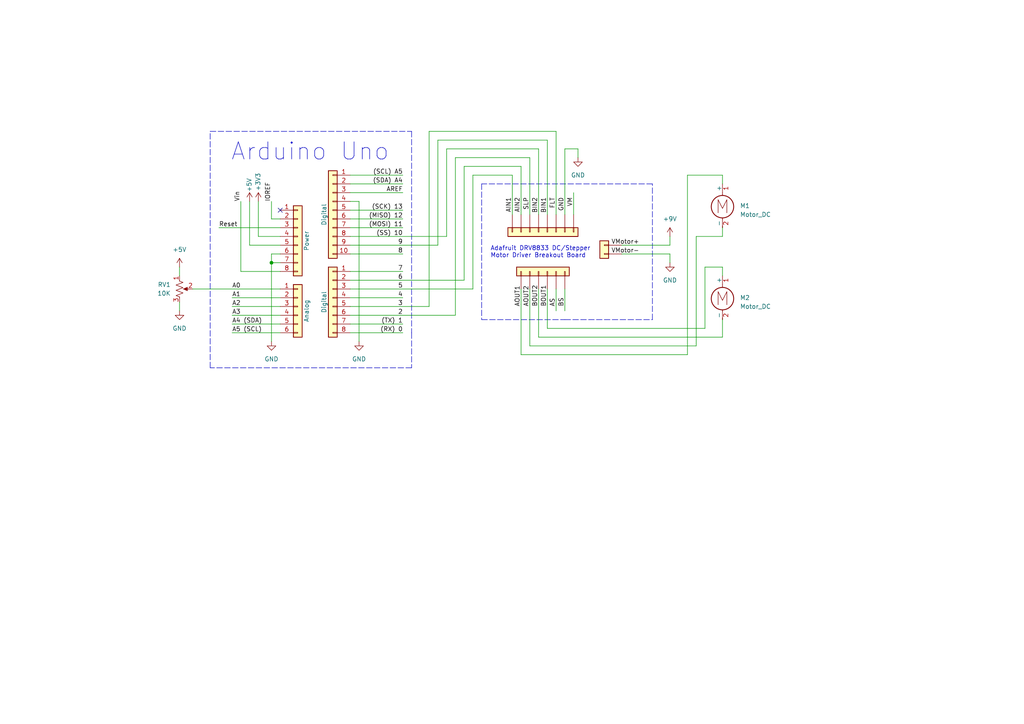
<source format=kicad_sch>
(kicad_sch (version 20211123) (generator eeschema)
  (paper "A4")
  (title_block (title "Arduino Uno With DC Motor Controller") (date "2022-07-13") (rev "0.2") (company "Woolsey Workshop") (comment 1 "By John Woolsey"))
  (lib_symbols
    (symbol "Conn_01x06_1" (pin_numbers hide) (pin_names (offset 1.016) hide)
      (property "Reference" "J" (at 0 7.62 0))
      (property "Value" "Conn_01x06_1" (at 0 -10.16 0))
      (symbol "Conn_01x06_1_1_1"
        (rectangle (start -1.27 -7.493) (end 0 -7.747) (stroke (width 0.1524)))
        (rectangle (start -1.27 -4.953) (end 0 -5.207) (stroke (width 0.1524)))
        (rectangle (start -1.27 -2.413) (end 0 -2.667) (stroke (width 0.1524)))
        (rectangle (start -1.27 0.127) (end 0 -0.127) (stroke (width 0.1524)))
        (rectangle (start -1.27 2.667) (end 0 2.413) (stroke (width 0.1524)))
        (rectangle (start -1.27 5.207) (end 0 4.953) (stroke (width 0.1524)))
        (rectangle (start -1.27 6.35) (end 1.27 -8.89) (stroke (width 0.254)) (fill (type background)))
        (pin passive line (at -5.08 5.08 0) (length 3.81) (name "Pin_1") (number "1"))
        (pin passive line (at -5.08 2.54 0) (length 3.81) (name "Pin_2") (number "2"))
        (pin passive line (at -5.08 0 0) (length 3.81) (name "Pin_3") (number "3"))
        (pin passive line (at -5.08 -2.54 0) (length 3.81) (name "Pin_4") (number "4"))
        (pin passive line (at -5.08 -5.08 0) (length 3.81) (name "Pin_5") (number "5"))
        (pin passive line (at -5.08 -7.62 0) (length 3.81) (name "Pin_6") (number "6"))
      )
    )
    (symbol "Conn_01x08_1" (pin_numbers hide) (pin_names (offset 1.016) hide)
      (property "Reference" "J" (at 0 10.16 0))
      (property "Value" "Conn_01x08_1" (at 0 -12.7 0))
      (symbol "Conn_01x08_1_1_1"
        (rectangle (start -1.27 -10.033) (end 0 -10.287) (stroke (width 0.1524)))
        (rectangle (start -1.27 -7.493) (end 0 -7.747) (stroke (width 0.1524)))
        (rectangle (start -1.27 -4.953) (end 0 -5.207) (stroke (width 0.1524)))
        (rectangle (start -1.27 -2.413) (end 0 -2.667) (stroke (width 0.1524)))
        (rectangle (start -1.27 0.127) (end 0 -0.127) (stroke (width 0.1524)))
        (rectangle (start -1.27 2.667) (end 0 2.413) (stroke (width 0.1524)))
        (rectangle (start -1.27 5.207) (end 0 4.953) (stroke (width 0.1524)))
        (rectangle (start -1.27 7.747) (end 0 7.493) (stroke (width 0.1524)))
        (rectangle (start -1.27 8.89) (end 1.27 -11.43) (stroke (width 0.254)) (fill (type background)))
        (pin passive line (at -5.08 7.62 0) (length 3.81) (name "Pin_1") (number "1"))
        (pin passive line (at -5.08 5.08 0) (length 3.81) (name "Pin_2") (number "2"))
        (pin passive line (at -5.08 2.54 0) (length 3.81) (name "Pin_3") (number "3"))
        (pin passive line (at -5.08 0 0) (length 3.81) (name "Pin_4") (number "4"))
        (pin passive line (at -5.08 -2.54 0) (length 3.81) (name "Pin_5") (number "5"))
        (pin passive line (at -5.08 -5.08 0) (length 3.81) (name "Pin_6") (number "6"))
        (pin passive line (at -5.08 -7.62 0) (length 3.81) (name "Pin_7") (number "7"))
        (pin passive line (at -5.08 -10.16 0) (length 3.81) (name "Pin_8") (number "8"))
      )
    )
    (symbol "Connector_Generic:Conn_01x02" (pin_numbers hide) (pin_names (offset 1.016) hide)
      (property "Reference" "J" (at 0 2.54 0))
      (property "Value" "Conn_01x02" (at 0 -5.08 0))
      (symbol "Conn_01x02_1_1"
        (rectangle (start -1.27 -2.413) (end 0 -2.667) (stroke (width 0.1524)))
        (rectangle (start -1.27 0.127) (end 0 -0.127) (stroke (width 0.1524)))
        (rectangle (start -1.27 1.27) (end 1.27 -3.81) (stroke (width 0.254)) (fill (type background)))
        (pin passive line (at -5.08 0 0) (length 3.81) (name "Pin_1") (number "1"))
        (pin passive line (at -5.08 -2.54 0) (length 3.81) (name "Pin_2") (number "2"))
      )
    )
    (symbol "Connector_Generic:Conn_01x06" (pin_names (offset 1.016) hide)
      (property "Reference" "J" (at 0 7.62 0))
      (property "Value" "Conn_01x06" (at 0 -10.16 0))
      (symbol "Conn_01x06_1_1"
        (rectangle (start -1.27 -7.493) (end 0 -7.747) (stroke (width 0.1524)))
        (rectangle (start -1.27 -4.953) (end 0 -5.207) (stroke (width 0.1524)))
        (rectangle (start -1.27 -2.413) (end 0 -2.667) (stroke (width 0.1524)))
        (rectangle (start -1.27 0.127) (end 0 -0.127) (stroke (width 0.1524)))
        (rectangle (start -1.27 2.667) (end 0 2.413) (stroke (width 0.1524)))
        (rectangle (start -1.27 5.207) (end 0 4.953) (stroke (width 0.1524)))
        (rectangle (start -1.27 6.35) (end 1.27 -8.89) (stroke (width 0.254)) (fill (type background)))
        (pin passive line (at -5.08 5.08 0) (length 3.81) (name "Pin_1") (number "1"))
        (pin passive line (at -5.08 2.54 0) (length 3.81) (name "Pin_2") (number "2"))
        (pin passive line (at -5.08 0 0) (length 3.81) (name "Pin_3") (number "3"))
        (pin passive line (at -5.08 -2.54 0) (length 3.81) (name "Pin_4") (number "4"))
        (pin passive line (at -5.08 -5.08 0) (length 3.81) (name "Pin_5") (number "5"))
        (pin passive line (at -5.08 -7.62 0) (length 3.81) (name "Pin_6") (number "6"))
      )
    )
    (symbol "Connector_Generic:Conn_01x08" (pin_names (offset 1.016) hide)
      (property "Reference" "J" (at 0 10.16 0))
      (property "Value" "Conn_01x08" (at 0 -12.7 0))
      (symbol "Conn_01x08_1_1"
        (rectangle (start -1.27 -10.033) (end 0 -10.287) (stroke (width 0.1524)))
        (rectangle (start -1.27 -7.493) (end 0 -7.747) (stroke (width 0.1524)))
        (rectangle (start -1.27 -4.953) (end 0 -5.207) (stroke (width 0.1524)))
        (rectangle (start -1.27 -2.413) (end 0 -2.667) (stroke (width 0.1524)))
        (rectangle (start -1.27 0.127) (end 0 -0.127) (stroke (width 0.1524)))
        (rectangle (start -1.27 2.667) (end 0 2.413) (stroke (width 0.1524)))
        (rectangle (start -1.27 5.207) (end 0 4.953) (stroke (width 0.1524)))
        (rectangle (start -1.27 7.747) (end 0 7.493) (stroke (width 0.1524)))
        (rectangle (start -1.27 8.89) (end 1.27 -11.43) (stroke (width 0.254)) (fill (type background)))
        (pin passive line (at -5.08 7.62 0) (length 3.81) (name "Pin_1") (number "1"))
        (pin passive line (at -5.08 5.08 0) (length 3.81) (name "Pin_2") (number "2"))
        (pin passive line (at -5.08 2.54 0) (length 3.81) (name "Pin_3") (number "3"))
        (pin passive line (at -5.08 0 0) (length 3.81) (name "Pin_4") (number "4"))
        (pin passive line (at -5.08 -2.54 0) (length 3.81) (name "Pin_5") (number "5"))
        (pin passive line (at -5.08 -5.08 0) (length 3.81) (name "Pin_6") (number "6"))
        (pin passive line (at -5.08 -7.62 0) (length 3.81) (name "Pin_7") (number "7"))
        (pin passive line (at -5.08 -10.16 0) (length 3.81) (name "Pin_8") (number "8"))
      )
    )
    (symbol "Connector_Generic:Conn_01x10" (pin_names (offset 1.016) hide)
      (property "Reference" "J" (at 0 12.7 0))
      (property "Value" "Conn_01x10" (at 0 -15.24 0))
      (symbol "Conn_01x10_1_1"
        (rectangle (start -1.27 -12.573) (end 0 -12.827) (stroke (width 0.1524)))
        (rectangle (start -1.27 -10.033) (end 0 -10.287) (stroke (width 0.1524)))
        (rectangle (start -1.27 -7.493) (end 0 -7.747) (stroke (width 0.1524)))
        (rectangle (start -1.27 -4.953) (end 0 -5.207) (stroke (width 0.1524)))
        (rectangle (start -1.27 -2.413) (end 0 -2.667) (stroke (width 0.1524)))
        (rectangle (start -1.27 0.127) (end 0 -0.127) (stroke (width 0.1524)))
        (rectangle (start -1.27 2.667) (end 0 2.413) (stroke (width 0.1524)))
        (rectangle (start -1.27 5.207) (end 0 4.953) (stroke (width 0.1524)))
        (rectangle (start -1.27 7.747) (end 0 7.493) (stroke (width 0.1524)))
        (rectangle (start -1.27 10.287) (end 0 10.033) (stroke (width 0.1524)))
        (rectangle (start -1.27 11.43) (end 1.27 -13.97) (stroke (width 0.254)) (fill (type background)))
        (pin passive line (at -5.08 10.16 0) (length 3.81) (name "Pin_1") (number "1"))
        (pin passive line (at -5.08 -12.7 0) (length 3.81) (name "Pin_10") (number "10"))
        (pin passive line (at -5.08 7.62 0) (length 3.81) (name "Pin_2") (number "2"))
        (pin passive line (at -5.08 5.08 0) (length 3.81) (name "Pin_3") (number "3"))
        (pin passive line (at -5.08 2.54 0) (length 3.81) (name "Pin_4") (number "4"))
        (pin passive line (at -5.08 0 0) (length 3.81) (name "Pin_5") (number "5"))
        (pin passive line (at -5.08 -2.54 0) (length 3.81) (name "Pin_6") (number "6"))
        (pin passive line (at -5.08 -5.08 0) (length 3.81) (name "Pin_7") (number "7"))
        (pin passive line (at -5.08 -7.62 0) (length 3.81) (name "Pin_8") (number "8"))
        (pin passive line (at -5.08 -10.16 0) (length 3.81) (name "Pin_9") (number "9"))
      )
    )
    (symbol "Device:R_Potentiometer_US" (pin_names (offset 1.016) hide)
      (property "Reference" "RV" (at -4.445 0 90))
      (property "Value" "R_Potentiometer_US" (at -2.54 0 90))
      (symbol "R_Potentiometer_US_0_1"
        (polyline (pts (xy 0 -2.286) (xy 0 -2.54)))
        (polyline (pts (xy 0 2.54) (xy 0 2.286)))
        (polyline (pts (xy 2.54 0) (xy 1.524 0)))
        (polyline (pts (xy 1.143 0) (xy 2.286 0.508) (xy 2.286 -0.508) (xy 1.143 0)) (fill (type outline)))
        (polyline (pts (xy 0 -0.762) (xy 1.016 -1.143) (xy 0 -1.524) (xy -1.016 -1.905) (xy 0 -2.286)))
        (polyline (pts (xy 0 0.762) (xy 1.016 0.381) (xy 0 0) (xy -1.016 -0.381) (xy 0 -0.762)))
        (polyline (pts (xy 0 2.286) (xy 1.016 1.905) (xy 0 1.524) (xy -1.016 1.143) (xy 0 0.762)))
      )
      (symbol "R_Potentiometer_US_1_1"
        (pin passive line (at 0 3.81 270) (length 1.27) (name "1") (number "1"))
        (pin passive line (at 3.81 0 180) (length 1.27) (name "2") (number "2"))
        (pin passive line (at 0 -3.81 90) (length 1.27) (name "3") (number "3"))
      )
    )
    (symbol "Motor:Motor_DC" (pin_names (offset 0))
      (property "Reference" "M" (at 2.54 2.54 0))
      (property "Value" "Motor_DC" (at 2.54 -5.08 0))
      (symbol "Motor_DC_0_0"
        (polyline (pts (xy -1.27 -3.302) (xy -1.27 0.508) (xy 0 -2.032) (xy 1.27 0.508) (xy 1.27 -3.302)))
      )
      (symbol "Motor_DC_0_1"
        (circle (center 0 -1.524) (radius 3.2512) (stroke (width 0.254)))
        (polyline (pts (xy 0 -7.62) (xy 0 -7.112)))
        (polyline (pts (xy 0 -4.7752) (xy 0 -5.1816)))
        (polyline (pts (xy 0 1.7272) (xy 0 2.0828)))
        (polyline (pts (xy 0 2.032) (xy 0 2.54)))
      )
      (symbol "Motor_DC_1_1"
        (pin passive line (at 0 5.08 270) (length 2.54) (name "+") (number "1"))
        (pin passive line (at 0 -7.62 90) (length 2.54) (name "-") (number "2"))
      )
    )
    (symbol "power:+3.3V" (power) (pin_names (offset 0))
      (property "Value" "+3.3V" (at 0 3.556 0))
      (symbol "+3.3V_0_1"
        (polyline (pts (xy -0.762 1.27) (xy 0 2.54)))
        (polyline (pts (xy 0 0) (xy 0 2.54)))
        (polyline (pts (xy 0 2.54) (xy 0.762 1.27)))
      )
      (symbol "+3.3V_1_1"
        (pin power_in line (at 0 0 90) (length 0) hide (name "+3V3") (number "1"))
      )
    )
    (symbol "power:+5V" (power) (pin_names (offset 0))
      (property "Value" "+5V" (at 0 3.556 0))
      (symbol "+5V_0_1"
        (polyline (pts (xy -0.762 1.27) (xy 0 2.54)))
        (polyline (pts (xy 0 0) (xy 0 2.54)))
        (polyline (pts (xy 0 2.54) (xy 0.762 1.27)))
      )
      (symbol "+5V_1_1"
        (pin power_in line (at 0 0 90) (length 0) hide (name "+5V") (number "1"))
      )
    )
    (symbol "power:+9V" (power) (pin_names (offset 0))
      (property "Value" "+9V" (at 0 3.556 0))
      (symbol "+9V_0_1"
        (polyline (pts (xy -0.762 1.27) (xy 0 2.54)))
        (polyline (pts (xy 0 0) (xy 0 2.54)))
        (polyline (pts (xy 0 2.54) (xy 0.762 1.27)))
      )
      (symbol "+9V_1_1"
        (pin power_in line (at 0 0 90) (length 0) hide (name "+9V") (number "1"))
      )
    )
    (symbol "power:GND" (power) (pin_names (offset 0))
      (property "Value" "GND" (at 0 -3.81 0))
      (symbol "GND_0_1"
        (polyline (pts (xy 0 0) (xy 0 -1.27) (xy 1.27 -1.27) (xy 0 -2.54) (xy -1.27 -1.27) (xy 0 -1.27)))
      )
      (symbol "GND_1_1"
        (pin power_in line (at 0 0 270) (length 0) hide (name "GND") (number "1"))
      )
    )
  )
  (junction (at 78.74 76.2))
  (no_connect (at 81.28 60.96))
  (wire (pts (xy 55.88 83.82) (xy 81.28 83.82)))
  (wire (pts (xy 101.6 66.04) (xy 116.84 66.04)))
  (wire (pts (xy 81.28 63.5) (xy 78.74 63.5)))
  (wire (pts (xy 78.74 58.42) (xy 78.74 63.5)))
  (wire (pts (xy 163.83 43.18) (xy 163.83 62.23)))
  (wire (pts (xy 129.54 43.18) (xy 129.54 68.58)))
  (wire (pts (xy 101.6 73.66) (xy 116.84 73.66)))
  (wire (pts (xy 201.93 100.33) (xy 201.93 68.58)))
  (wire (pts (xy 101.6 71.12) (xy 127 71.12)))
  (wire (pts (xy 153.67 83.82) (xy 153.67 100.33)))
  (wire (pts (xy 101.6 91.44) (xy 132.08 91.44)))
  (wire (pts (xy 199.39 50.8) (xy 209.55 50.8)))
  (wire (pts (xy 101.6 86.36) (xy 116.84 86.36)))
  (wire (pts (xy 67.31 96.52) (xy 81.28 96.52)))
  (polyline (pts (xy 139.7 92.71) (xy 163.83 92.71)))
  (wire (pts (xy 78.74 76.2) (xy 78.74 99.06)))
  (wire (pts (xy 156.21 43.18) (xy 156.21 62.23)))
  (wire (pts (xy 199.39 102.87) (xy 199.39 50.8)))
  (wire (pts (xy 158.75 83.82) (xy 158.75 95.25)))
  (wire (pts (xy 204.47 77.47) (xy 209.55 77.47)))
  (wire (pts (xy 209.55 97.79) (xy 209.55 92.71)))
  (wire (pts (xy 52.07 90.17) (xy 52.07 87.63)))
  (wire (pts (xy 209.55 77.47) (xy 209.55 80.01)))
  (wire (pts (xy 161.29 38.1) (xy 161.29 62.23)))
  (wire (pts (xy 158.75 95.25) (xy 204.47 95.25)))
  (wire (pts (xy 101.6 53.34) (xy 116.84 53.34)))
  (wire (pts (xy 72.39 58.42) (xy 72.39 71.12)))
  (wire (pts (xy 153.67 45.72) (xy 153.67 62.23)))
  (wire (pts (xy 194.31 68.58) (xy 194.31 71.12)))
  (wire (pts (xy 163.83 43.18) (xy 167.64 43.18)))
  (wire (pts (xy 101.6 50.8) (xy 116.84 50.8)))
  (wire (pts (xy 67.31 86.36) (xy 81.28 86.36)))
  (wire (pts (xy 148.59 50.8) (xy 148.59 62.23)))
  (polyline (pts (xy 60.96 106.68) (xy 60.96 38.1)))
  (wire (pts (xy 180.34 73.66) (xy 194.31 73.66)))
  (polyline (pts (xy 60.96 38.1) (xy 119.38 38.1)))
  (wire (pts (xy 201.93 68.58) (xy 209.55 68.58)))
  (polyline (pts (xy 119.38 96.52) (xy 119.38 106.68)))
  (wire (pts (xy 166.37 55.88) (xy 166.37 62.23)))
  (wire (pts (xy 101.6 81.28) (xy 134.62 81.28)))
  (wire (pts (xy 161.29 83.82) (xy 161.29 90.17)))
  (wire (pts (xy 209.55 50.8) (xy 209.55 53.34)))
  (wire (pts (xy 101.6 68.58) (xy 129.54 68.58)))
  (wire (pts (xy 153.67 45.72) (xy 132.08 45.72)))
  (wire (pts (xy 158.75 40.64) (xy 158.75 62.23)))
  (wire (pts (xy 101.6 83.82) (xy 137.16 83.82)))
  (wire (pts (xy 69.85 58.42) (xy 69.85 78.74)))
  (wire (pts (xy 81.28 78.74) (xy 69.85 78.74)))
  (wire (pts (xy 153.67 100.33) (xy 201.93 100.33)))
  (wire (pts (xy 104.14 58.42) (xy 104.14 99.06)))
  (wire (pts (xy 204.47 95.25) (xy 204.47 77.47)))
  (wire (pts (xy 78.74 73.66) (xy 78.74 76.2)))
  (wire (pts (xy 67.31 93.98) (xy 81.28 93.98)))
  (wire (pts (xy 151.13 48.26) (xy 151.13 62.23)))
  (wire (pts (xy 134.62 48.26) (xy 134.62 81.28)))
  (wire (pts (xy 158.75 40.64) (xy 127 40.64)))
  (polyline (pts (xy 139.7 53.34) (xy 139.7 92.71)))
  (wire (pts (xy 151.13 48.26) (xy 134.62 48.26)))
  (wire (pts (xy 63.5 66.04) (xy 81.28 66.04)))
  (polyline (pts (xy 189.23 53.34) (xy 139.7 53.34)))
  (polyline (pts (xy 189.23 92.71) (xy 189.23 53.34)))
  (wire (pts (xy 81.28 68.58) (xy 74.93 68.58)))
  (wire (pts (xy 67.31 88.9) (xy 81.28 88.9)))
  (wire (pts (xy 101.6 63.5) (xy 116.84 63.5)))
  (wire (pts (xy 127 40.64) (xy 127 71.12)))
  (wire (pts (xy 101.6 55.88) (xy 116.84 55.88)))
  (wire (pts (xy 124.46 38.1) (xy 124.46 88.9)))
  (wire (pts (xy 101.6 93.98) (xy 116.84 93.98)))
  (wire (pts (xy 101.6 88.9) (xy 124.46 88.9)))
  (wire (pts (xy 180.34 71.12) (xy 194.31 71.12)))
  (wire (pts (xy 67.31 91.44) (xy 81.28 91.44)))
  (wire (pts (xy 52.07 77.47) (xy 52.07 80.01)))
  (wire (pts (xy 101.6 58.42) (xy 104.14 58.42)))
  (wire (pts (xy 151.13 102.87) (xy 199.39 102.87)))
  (wire (pts (xy 167.64 43.18) (xy 167.64 45.72)))
  (wire (pts (xy 148.59 50.8) (xy 137.16 50.8)))
  (wire (pts (xy 163.83 83.82) (xy 163.83 90.17)))
  (wire (pts (xy 151.13 83.82) (xy 151.13 102.87)))
  (wire (pts (xy 101.6 60.96) (xy 116.84 60.96)))
  (wire (pts (xy 209.55 68.58) (xy 209.55 66.04)))
  (wire (pts (xy 137.16 50.8) (xy 137.16 83.82)))
  (wire (pts (xy 156.21 97.79) (xy 209.55 97.79)))
  (wire (pts (xy 156.21 83.82) (xy 156.21 97.79)))
  (wire (pts (xy 101.6 96.52) (xy 116.84 96.52)))
  (wire (pts (xy 81.28 71.12) (xy 72.39 71.12)))
  (polyline (pts (xy 163.83 92.71) (xy 189.23 92.71)))
  (wire (pts (xy 194.31 73.66) (xy 194.31 76.2)))
  (wire (pts (xy 161.29 38.1) (xy 124.46 38.1)))
  (wire (pts (xy 132.08 45.72) (xy 132.08 91.44)))
  (wire (pts (xy 156.21 43.18) (xy 129.54 43.18)))
  (wire (pts (xy 74.93 58.42) (xy 74.93 68.58)))
  (polyline (pts (xy 119.38 38.1) (xy 119.38 96.52)))
  (polyline (pts (xy 119.38 106.68) (xy 60.96 106.68)))
  (wire (pts (xy 78.74 76.2) (xy 81.28 76.2)))
  (wire (pts (xy 101.6 78.74) (xy 116.84 78.74)))
  (wire (pts (xy 81.28 73.66) (xy 78.74 73.66)))
  (text "Arduino Uno" (at 113.03 46.99 180) (effects (font (size 5 5)) (justify right bottom)))
  (text "Adafruit DRV8833 DC/Stepper\nMotor Driver Breakout Board" (at 142.24 74.93 0) (effects (font (size 1.27 1.27)) (justify left bottom)))
  (label "6" (at 116.84 81.28 180))
  (label "(SCK) 13" (at 116.84 60.96 180))
  (label "(SDA) A4" (at 116.84 53.34 180))
  (label "Reset" (at 63.5 66.04 0))
  (label "8" (at 116.84 73.66 180))
  (label "IOREF" (at 78.74 58.42 90))
  (label "VMotor-" (at 185.42 73.66 180))
  (label "AOUT1" (at 151.13 88.9 90))
  (label "AIN1" (at 148.59 57.15 270))
  (label "9" (at 116.84 71.12 180))
  (label "A4 (SDA)" (at 67.31 93.98 0))
  (label "VMotor+" (at 185.42 71.12 180))
  (label "Vin" (at 69.85 58.42 90))
  (label "VM" (at 166.37 57.15 270))
  (label "(MISO) 12" (at 116.84 63.5 180))
  (label "A1" (at 67.31 86.36 0))
  (label "BOUT2" (at 156.21 88.9 90))
  (label "(SS) 10" (at 116.84 68.58 180))
  (label "A2" (at 67.31 88.9 0))
  (label "GND" (at 163.83 57.15 270))
  (label "3" (at 116.84 88.9 180))
  (label "AOUT2" (at 153.67 88.9 90))
  (label "BIN1" (at 158.75 57.15 270))
  (label "SLP" (at 153.67 57.15 270))
  (label "A3" (at 67.31 91.44 0))
  (label "AREF" (at 116.84 55.88 180))
  (label "(TX) 1" (at 116.84 93.98 180))
  (label "2" (at 116.84 91.44 180))
  (label "FLT" (at 161.29 57.15 270))
  (label "A0" (at 67.31 83.82 0))
  (label "BIN2" (at 156.21 57.15 270))
  (label "AIN2" (at 151.13 57.15 270))
  (label "(RX) 0" (at 116.84 96.52 180))
  (label "5" (at 116.84 83.82 180))
  (label "7" (at 116.84 78.74 180))
  (label "4" (at 116.84 86.36 180))
  (label "(MOSI) 11" (at 116.84 66.04 180))
  (label "BOUT1" (at 158.75 88.9 90))
  (label "(SCL) A5" (at 116.84 50.8 180))
  (label "BS" (at 163.83 88.9 90))
  (label "A5 (SCL)" (at 67.31 96.52 0))
  (label "AS" (at 161.29 88.9 90))
  (symbol (lib_id "Connector_Generic:Conn_01x06") (at 86.36 88.9 0) (unit 1)
    (property "Reference" "J2" (effects hide))
    (property "Value" "Analog" (at 88.9 90.17 90))
  )
  (symbol (lib_id "power:+3.3V") (at 74.93 58.42 0) (unit 1)
    (property "Reference" "#PWR02" (effects hide))
    (property "Value" "+3.3V" (at 74.84 52.77 90))
  )
  (symbol (lib_id "power:GND") (at 78.74 99.06 0) (unit 1)
    (property "Reference" "#PWR03" (effects hide))
    (property "Value" "GND" (at 78.74 104.14 0))
  )
  (symbol (lib_id "Connector_Generic:Conn_01x08") (at 86.36 68.58 0) (unit 1)
    (property "Reference" "J1" (effects hide))
    (property "Value" "Power" (at 88.9 69.85 90))
  )
  (symbol (lib_id "power:+5V") (at 52.07 77.47 0) (unit 1)
    (property "Reference" "#PWR?" (effects hide))
    (property "Value" "+5V" (at 52.07 72.39 0))
  )
  (symbol (lib_id "power:+9V") (at 194.31 68.58 0) (unit 1)
    (property "Reference" "#PWR09" (effects hide))
    (property "Value" "+9V" (at 194.31 63.5 0))
  )
  (symbol (lib_id "Device:R_Potentiometer_US") (at 52.07 83.82 0) (unit 1)
    (property "Reference" "RV1" (at 49.53 82.5499 0) (effects (justify right)))
    (property "Value" "10K" (at 49.53 85.0899 0) (effects (justify right)))
  )
  (symbol (lib_id "Connector_Generic:Conn_01x10") (at 96.52 60.96 0) (mirror y) (unit 1)
    (property "Reference" "J3" (effects hide))
    (property "Value" "Digital" (at 93.98 62.23 90))
  )
  (symbol (lib_id "Motor:Motor_DC") (at 209.55 58.42 0) (unit 1)
    (property "Reference" "M1" (at 214.63 59.6899 0) (effects (justify left)))
    (property "Value" "Motor_DC" (at 214.63 62.2299 0) (effects (justify left)))
  )
  (symbol (lib_id "power:GND") (at 52.07 90.17 0) (unit 1)
    (property "Reference" "#PWR08" (effects hide))
    (property "Value" "GND" (at 52.07 95.25 0))
  )
  (symbol (lib_id "Connector_Generic:Conn_01x02") (at 175.26 71.12 0) (mirror y) (unit 1)
    (property "Reference" "J7" (effects hide))
    (property "Value" "Conn_01x02" (effects hide))
  )
  (symbol (lib_name "Conn_01x08_1") (lib_id "Connector_Generic:Conn_01x08") (at 156.21 67.31 90) (mirror x) (unit 1)
    (property "Reference" "J5" (effects hide))
    (property "Value" "Conn_01x08" (effects hide))
  )
  (symbol (lib_id "power:GND") (at 104.14 99.06 0) (unit 1)
    (property "Reference" "#PWR04" (effects hide))
    (property "Value" "GND" (at 104.14 104.14 0))
  )
  (symbol (lib_id "power:+5V") (at 72.39 58.42 0) (unit 1)
    (property "Reference" "#PWR01" (effects hide))
    (property "Value" "+5V" (at 72.29 53.67 90))
  )
  (symbol (lib_id "power:GND") (at 167.64 45.72 0) (unit 1)
    (property "Reference" "#PWR05" (effects hide))
    (property "Value" "GND" (at 167.64 50.8 0))
  )
  (symbol (lib_id "Connector_Generic:Conn_01x08") (at 96.52 86.36 0) (mirror y) (unit 1)
    (property "Reference" "J4" (effects hide))
    (property "Value" "Digital" (at 93.98 87.63 90))
  )
  (symbol (lib_id "power:GND") (at 194.31 76.2 0) (unit 1)
    (property "Reference" "#PWR07" (effects hide))
    (property "Value" "GND" (at 194.31 81.28 0))
  )
  (symbol (lib_id "Motor:Motor_DC") (at 209.55 85.09 0) (unit 1)
    (property "Reference" "M2" (at 214.63 86.3599 0) (effects (justify left)))
    (property "Value" "Motor_DC" (at 214.63 88.8999 0) (effects (justify left)))
  )
  (symbol (lib_name "Conn_01x06_1") (lib_id "Connector_Generic:Conn_01x06") (at 156.21 78.74 90) (unit 1)
    (property "Reference" "J6" (effects hide))
    (property "Value" "Conn_01x06" (effects hide))
  )
)
</source>
